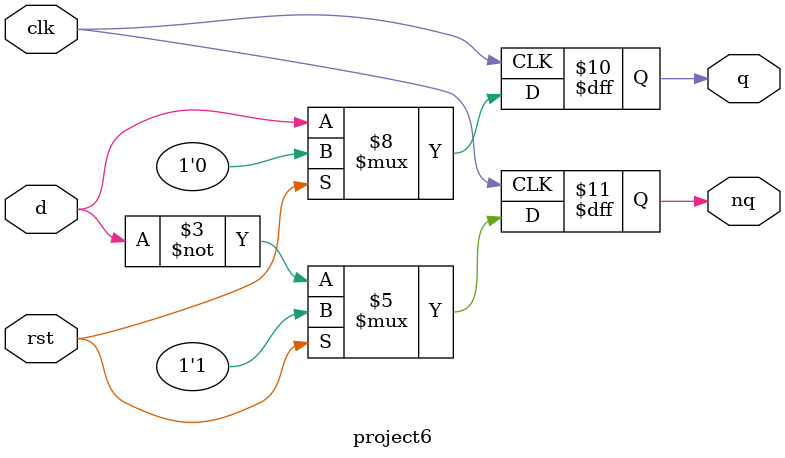
<source format=v>
module project6(
input clk,rst,d,
output reg q,nq 
);

    always @(posedge clk)
    begin
        if(rst==1) begin
            q<=0;
            nq<=1;
        end
        else begin
            q<=d;
            nq<=~d;
        end
    end
    
endmodule

</source>
